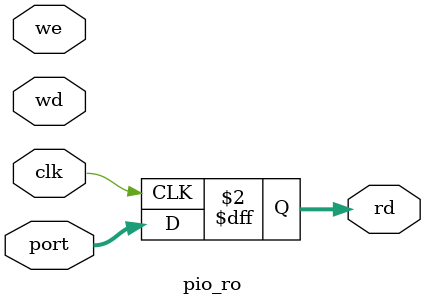
<source format=sv>
module pio_ro #(parameter WIDTH=32)
(
    input clk,
    input we,
    input [(WIDTH-1):0] wd,
    input [WIDTH-1:0] port,
    output reg [(WIDTH-1):0] rd
);

  always @(posedge clk) begin
    rd <= port;
  end

endmodule
</source>
